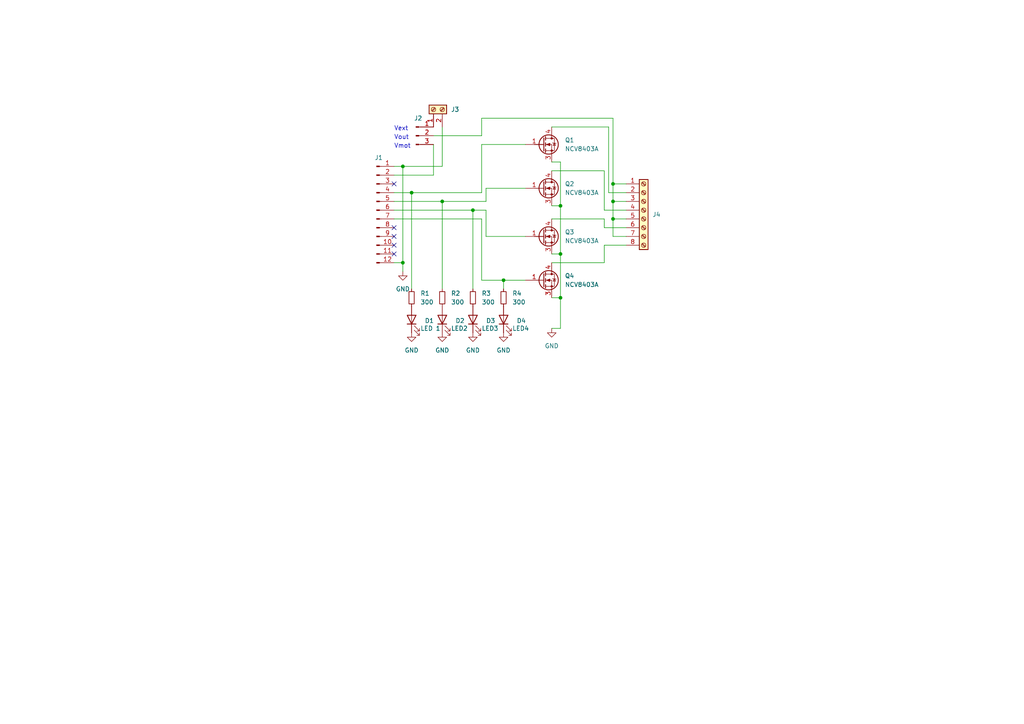
<source format=kicad_sch>
(kicad_sch (version 20211123) (generator eeschema)
  (paper "A4")
  (lib_symbols
    (symbol "Connector:Conn_01x03_Male" (pin_names (offset 1.016) hide)
      (property "Reference" "J" (at 0 5.08 0))
      (property "Value" "Conn_01x03_Male" (at 0 -5.08 0))
      (symbol "Conn_01x03_Male_1_1"
        (polyline (pts (xy 1.27 -2.54) (xy 0.8636 -2.54)) (stroke (width 0.1524)))
        (polyline (pts (xy 1.27 0) (xy 0.8636 0)) (stroke (width 0.1524)))
        (polyline (pts (xy 1.27 2.54) (xy 0.8636 2.54)) (stroke (width 0.1524)))
        (rectangle (start 0.8636 -2.413) (end 0 -2.667) (stroke (width 0.1524)) (fill (type outline)))
        (rectangle (start 0.8636 0.127) (end 0 -0.127) (stroke (width 0.1524)) (fill (type outline)))
        (rectangle (start 0.8636 2.667) (end 0 2.413) (stroke (width 0.1524)) (fill (type outline)))
        (pin passive line (at 5.08 2.54 180) (length 3.81) (name "Pin_1") (number "1"))
        (pin passive line (at 5.08 0 180) (length 3.81) (name "Pin_2") (number "2"))
        (pin passive line (at 5.08 -2.54 180) (length 3.81) (name "Pin_3") (number "3"))
      )
    )
    (symbol "Connector:Conn_01x12_Male" (pin_names (offset 1.016) hide)
      (property "Reference" "J" (at 0 15.24 0))
      (property "Value" "Conn_01x12_Male" (at 0 -17.78 0))
      (symbol "Conn_01x12_Male_1_1"
        (polyline (pts (xy 1.27 -15.24) (xy 0.8636 -15.24)) (stroke (width 0.1524)))
        (polyline (pts (xy 1.27 -12.7) (xy 0.8636 -12.7)) (stroke (width 0.1524)))
        (polyline (pts (xy 1.27 -10.16) (xy 0.8636 -10.16)) (stroke (width 0.1524)))
        (polyline (pts (xy 1.27 -7.62) (xy 0.8636 -7.62)) (stroke (width 0.1524)))
        (polyline (pts (xy 1.27 -5.08) (xy 0.8636 -5.08)) (stroke (width 0.1524)))
        (polyline (pts (xy 1.27 -2.54) (xy 0.8636 -2.54)) (stroke (width 0.1524)))
        (polyline (pts (xy 1.27 0) (xy 0.8636 0)) (stroke (width 0.1524)))
        (polyline (pts (xy 1.27 2.54) (xy 0.8636 2.54)) (stroke (width 0.1524)))
        (polyline (pts (xy 1.27 5.08) (xy 0.8636 5.08)) (stroke (width 0.1524)))
        (polyline (pts (xy 1.27 7.62) (xy 0.8636 7.62)) (stroke (width 0.1524)))
        (polyline (pts (xy 1.27 10.16) (xy 0.8636 10.16)) (stroke (width 0.1524)))
        (polyline (pts (xy 1.27 12.7) (xy 0.8636 12.7)) (stroke (width 0.1524)))
        (rectangle (start 0.8636 -15.113) (end 0 -15.367) (stroke (width 0.1524)) (fill (type outline)))
        (rectangle (start 0.8636 -12.573) (end 0 -12.827) (stroke (width 0.1524)) (fill (type outline)))
        (rectangle (start 0.8636 -10.033) (end 0 -10.287) (stroke (width 0.1524)) (fill (type outline)))
        (rectangle (start 0.8636 -7.493) (end 0 -7.747) (stroke (width 0.1524)) (fill (type outline)))
        (rectangle (start 0.8636 -4.953) (end 0 -5.207) (stroke (width 0.1524)) (fill (type outline)))
        (rectangle (start 0.8636 -2.413) (end 0 -2.667) (stroke (width 0.1524)) (fill (type outline)))
        (rectangle (start 0.8636 0.127) (end 0 -0.127) (stroke (width 0.1524)) (fill (type outline)))
        (rectangle (start 0.8636 2.667) (end 0 2.413) (stroke (width 0.1524)) (fill (type outline)))
        (rectangle (start 0.8636 5.207) (end 0 4.953) (stroke (width 0.1524)) (fill (type outline)))
        (rectangle (start 0.8636 7.747) (end 0 7.493) (stroke (width 0.1524)) (fill (type outline)))
        (rectangle (start 0.8636 10.287) (end 0 10.033) (stroke (width 0.1524)) (fill (type outline)))
        (rectangle (start 0.8636 12.827) (end 0 12.573) (stroke (width 0.1524)) (fill (type outline)))
        (pin passive line (at 5.08 12.7 180) (length 3.81) (name "Pin_1") (number "1"))
        (pin passive line (at 5.08 -10.16 180) (length 3.81) (name "Pin_10") (number "10"))
        (pin passive line (at 5.08 -12.7 180) (length 3.81) (name "Pin_11") (number "11"))
        (pin passive line (at 5.08 -15.24 180) (length 3.81) (name "Pin_12") (number "12"))
        (pin passive line (at 5.08 10.16 180) (length 3.81) (name "Pin_2") (number "2"))
        (pin passive line (at 5.08 7.62 180) (length 3.81) (name "Pin_3") (number "3"))
        (pin passive line (at 5.08 5.08 180) (length 3.81) (name "Pin_4") (number "4"))
        (pin passive line (at 5.08 2.54 180) (length 3.81) (name "Pin_5") (number "5"))
        (pin passive line (at 5.08 0 180) (length 3.81) (name "Pin_6") (number "6"))
        (pin passive line (at 5.08 -2.54 180) (length 3.81) (name "Pin_7") (number "7"))
        (pin passive line (at 5.08 -5.08 180) (length 3.81) (name "Pin_8") (number "8"))
        (pin passive line (at 5.08 -7.62 180) (length 3.81) (name "Pin_9") (number "9"))
      )
    )
    (symbol "Connector:Screw_Terminal_01x02" (pin_names (offset 1.016) hide)
      (property "Reference" "J" (at 0 2.54 0))
      (property "Value" "Screw_Terminal_01x02" (at 0 -5.08 0))
      (symbol "Screw_Terminal_01x02_1_1"
        (rectangle (start -1.27 1.27) (end 1.27 -3.81) (stroke (width 0.254)) (fill (type background)))
        (circle (center 0 -2.54) (radius 0.635) (stroke (width 0.1524)))
        (polyline (pts (xy -0.5334 -2.2098) (xy 0.3302 -3.048)) (stroke (width 0.1524)))
        (polyline (pts (xy -0.5334 0.3302) (xy 0.3302 -0.508)) (stroke (width 0.1524)))
        (polyline (pts (xy -0.3556 -2.032) (xy 0.508 -2.8702)) (stroke (width 0.1524)))
        (polyline (pts (xy -0.3556 0.508) (xy 0.508 -0.3302)) (stroke (width 0.1524)))
        (circle (center 0 0) (radius 0.635) (stroke (width 0.1524)))
        (pin passive line (at -5.08 0 0) (length 3.81) (name "Pin_1") (number "1"))
        (pin passive line (at -5.08 -2.54 0) (length 3.81) (name "Pin_2") (number "2"))
      )
    )
    (symbol "Connector:Screw_Terminal_01x08" (pin_names (offset 1.016) hide)
      (property "Reference" "J" (at 0 10.16 0))
      (property "Value" "Screw_Terminal_01x08" (at 0 -12.7 0))
      (symbol "Screw_Terminal_01x08_1_1"
        (rectangle (start -1.27 8.89) (end 1.27 -11.43) (stroke (width 0.254)) (fill (type background)))
        (circle (center 0 -10.16) (radius 0.635) (stroke (width 0.1524)))
        (circle (center 0 -7.62) (radius 0.635) (stroke (width 0.1524)))
        (circle (center 0 -5.08) (radius 0.635) (stroke (width 0.1524)))
        (circle (center 0 -2.54) (radius 0.635) (stroke (width 0.1524)))
        (polyline (pts (xy -0.5334 -9.8298) (xy 0.3302 -10.668)) (stroke (width 0.1524)))
        (polyline (pts (xy -0.5334 -7.2898) (xy 0.3302 -8.128)) (stroke (width 0.1524)))
        (polyline (pts (xy -0.5334 -4.7498) (xy 0.3302 -5.588)) (stroke (width 0.1524)))
        (polyline (pts (xy -0.5334 -2.2098) (xy 0.3302 -3.048)) (stroke (width 0.1524)))
        (polyline (pts (xy -0.5334 0.3302) (xy 0.3302 -0.508)) (stroke (width 0.1524)))
        (polyline (pts (xy -0.5334 2.8702) (xy 0.3302 2.032)) (stroke (width 0.1524)))
        (polyline (pts (xy -0.5334 5.4102) (xy 0.3302 4.572)) (stroke (width 0.1524)))
        (polyline (pts (xy -0.5334 7.9502) (xy 0.3302 7.112)) (stroke (width 0.1524)))
        (polyline (pts (xy -0.3556 -9.652) (xy 0.508 -10.4902)) (stroke (width 0.1524)))
        (polyline (pts (xy -0.3556 -7.112) (xy 0.508 -7.9502)) (stroke (width 0.1524)))
        (polyline (pts (xy -0.3556 -4.572) (xy 0.508 -5.4102)) (stroke (width 0.1524)))
        (polyline (pts (xy -0.3556 -2.032) (xy 0.508 -2.8702)) (stroke (width 0.1524)))
        (polyline (pts (xy -0.3556 0.508) (xy 0.508 -0.3302)) (stroke (width 0.1524)))
        (polyline (pts (xy -0.3556 3.048) (xy 0.508 2.2098)) (stroke (width 0.1524)))
        (polyline (pts (xy -0.3556 5.588) (xy 0.508 4.7498)) (stroke (width 0.1524)))
        (polyline (pts (xy -0.3556 8.128) (xy 0.508 7.2898)) (stroke (width 0.1524)))
        (circle (center 0 0) (radius 0.635) (stroke (width 0.1524)))
        (circle (center 0 2.54) (radius 0.635) (stroke (width 0.1524)))
        (circle (center 0 5.08) (radius 0.635) (stroke (width 0.1524)))
        (circle (center 0 7.62) (radius 0.635) (stroke (width 0.1524)))
        (pin passive line (at -5.08 7.62 0) (length 3.81) (name "Pin_1") (number "1"))
        (pin passive line (at -5.08 5.08 0) (length 3.81) (name "Pin_2") (number "2"))
        (pin passive line (at -5.08 2.54 0) (length 3.81) (name "Pin_3") (number "3"))
        (pin passive line (at -5.08 0 0) (length 3.81) (name "Pin_4") (number "4"))
        (pin passive line (at -5.08 -2.54 0) (length 3.81) (name "Pin_5") (number "5"))
        (pin passive line (at -5.08 -5.08 0) (length 3.81) (name "Pin_6") (number "6"))
        (pin passive line (at -5.08 -7.62 0) (length 3.81) (name "Pin_7") (number "7"))
        (pin passive line (at -5.08 -10.16 0) (length 3.81) (name "Pin_8") (number "8"))
      )
    )
    (symbol "Device:LED" (pin_numbers hide) (pin_names (offset 1.016) hide)
      (property "Reference" "D" (at 0 2.54 0))
      (property "Value" "LED" (at 0 -2.54 0))
      (symbol "LED_0_1"
        (polyline (pts (xy -1.27 -1.27) (xy -1.27 1.27)) (stroke (width 0.254)))
        (polyline (pts (xy -1.27 0) (xy 1.27 0)))
        (polyline (pts (xy 1.27 -1.27) (xy 1.27 1.27) (xy -1.27 0) (xy 1.27 -1.27)) (stroke (width 0.254)))
        (polyline (pts (xy -3.048 -0.762) (xy -4.572 -2.286) (xy -3.81 -2.286) (xy -4.572 -2.286) (xy -4.572 -1.524)))
        (polyline (pts (xy -1.778 -0.762) (xy -3.302 -2.286) (xy -2.54 -2.286) (xy -3.302 -2.286) (xy -3.302 -1.524)))
      )
      (symbol "LED_1_1"
        (pin passive line (at -3.81 0 0) (length 2.54) (name "K") (number "1"))
        (pin passive line (at 3.81 0 180) (length 2.54) (name "A") (number "2"))
      )
    )
    (symbol "Device:R_Small" (pin_numbers hide) (pin_names (offset 0.254) hide)
      (property "Reference" "R" (at 0.762 0.508 0))
      (property "Value" "R_Small" (at 0.762 -1.016 0))
      (symbol "R_Small_0_1"
        (rectangle (start -0.762 1.778) (end 0.762 -1.778) (stroke (width 0.2032)))
      )
      (symbol "R_Small_1_1"
        (pin passive line (at 0 2.54 270) (length 0.762) (name "~") (number "1"))
        (pin passive line (at 0 -2.54 90) (length 0.762) (name "~") (number "2"))
      )
    )
    (symbol "Transistor_FET:BSP129" (pin_names hide)
      (property "Reference" "Q?" (at 6.35 1.2701 0))
      (property "Value" "BSP129" (at 6.35 -1.2699 0))
      (symbol "BSP129_0_1"
        (polyline (pts (xy 0.254 0) (xy -2.54 0)))
        (polyline (pts (xy 0.254 1.905) (xy 0.254 -1.905)) (stroke (width 0.254)))
        (polyline (pts (xy 0.762 -1.27) (xy 0.762 -2.286)) (stroke (width 0.254)))
        (polyline (pts (xy 0.762 0.508) (xy 0.762 -0.508)) (stroke (width 0.254)))
        (polyline (pts (xy 0.762 2.286) (xy 0.762 1.27)) (stroke (width 0.254)))
        (polyline (pts (xy 2.54 2.54) (xy 2.54 1.778)))
        (polyline (pts (xy 2.54 -2.54) (xy 2.54 0) (xy 0.762 0)))
        (polyline (pts (xy 0.762 -1.778) (xy 3.302 -1.778) (xy 3.302 1.778) (xy 0.762 1.778)))
        (polyline (pts (xy 1.016 0) (xy 2.032 0.381) (xy 2.032 -0.381) (xy 1.016 0)) (fill (type outline)))
        (polyline (pts (xy 2.794 0.508) (xy 2.921 0.381) (xy 3.683 0.381) (xy 3.81 0.254)))
        (polyline (pts (xy 3.302 0.381) (xy 2.921 -0.254) (xy 3.683 -0.254) (xy 3.302 0.381)))
        (circle (center 1.651 0) (radius 2.794) (stroke (width 0.254)))
        (circle (center 2.54 -1.778) (radius 0.254) (fill (type outline)))
        (circle (center 2.54 1.778) (radius 0.254) (fill (type outline)))
      )
      (symbol "BSP129_1_1"
        (pin input line (at -5.08 0 0) (length 5.08) (name "G") (number "1"))
        (pin passive line (at 2.54 -5.08 90) (length 2.54) (name "S") (number "3"))
        (pin passive line (at 2.54 5.08 270) (length 2.54) (name "D") (number "4"))
      )
    )
    (symbol "power:GND" (power) (pin_names (offset 0))
      (property "Value" "GND" (at 0 -3.81 0))
      (symbol "GND_0_1"
        (polyline (pts (xy 0 0) (xy 0 -1.27) (xy 1.27 -1.27) (xy 0 -2.54) (xy -1.27 -1.27) (xy 0 -1.27)))
      )
      (symbol "GND_1_1"
        (pin power_in line (at 0 0 270) (length 0) hide (name "GND") (number "1"))
      )
    )
  )
  (junction (at 177.8 63.5))
  (junction (at 116.84 76.2))
  (junction (at 162.56 73.66))
  (junction (at 162.56 86.36))
  (junction (at 116.84 48.26))
  (junction (at 137.16 60.96))
  (junction (at 128.27 58.42))
  (junction (at 119.38 55.88))
  (junction (at 146.05 81.28))
  (junction (at 162.56 59.69))
  (junction (at 177.8 53.34))
  (junction (at 177.8 58.42))
  (no_connect (at 114.3 73.66))
  (no_connect (at 114.3 71.12))
  (no_connect (at 114.3 68.58))
  (no_connect (at 114.3 53.34))
  (no_connect (at 114.3 66.04))
  (wire (pts (xy 114.3 63.5) (xy 139.7 63.5)))
  (wire (pts (xy 177.8 63.5) (xy 181.61 63.5)))
  (wire (pts (xy 160.02 59.69) (xy 162.56 59.69)))
  (wire (pts (xy 139.7 39.37) (xy 139.7 34.29)))
  (wire (pts (xy 162.56 73.66) (xy 162.56 86.36)))
  (wire (pts (xy 175.26 49.53) (xy 175.26 60.96)))
  (wire (pts (xy 139.7 81.28) (xy 146.05 81.28)))
  (wire (pts (xy 128.27 83.82) (xy 128.27 58.42)))
  (wire (pts (xy 160.02 46.99) (xy 162.56 46.99)))
  (wire (pts (xy 128.27 36.83) (xy 128.27 48.26)))
  (wire (pts (xy 175.26 76.2) (xy 175.26 71.12)))
  (wire (pts (xy 162.56 95.25) (xy 160.02 95.25)))
  (wire (pts (xy 162.56 86.36) (xy 162.56 95.25)))
  (wire (pts (xy 177.8 63.5) (xy 177.8 68.58)))
  (wire (pts (xy 177.8 34.29) (xy 177.8 53.34)))
  (wire (pts (xy 114.3 58.42) (xy 128.27 58.42)))
  (wire (pts (xy 139.7 55.88) (xy 139.7 41.91)))
  (wire (pts (xy 119.38 83.82) (xy 119.38 55.88)))
  (wire (pts (xy 125.73 39.37) (xy 139.7 39.37)))
  (wire (pts (xy 139.7 41.91) (xy 152.4 41.91)))
  (wire (pts (xy 140.97 54.61) (xy 152.4 54.61)))
  (wire (pts (xy 160.02 63.5) (xy 175.26 63.5)))
  (wire (pts (xy 175.26 71.12) (xy 181.61 71.12)))
  (wire (pts (xy 177.8 58.42) (xy 181.61 58.42)))
  (wire (pts (xy 139.7 34.29) (xy 177.8 34.29)))
  (wire (pts (xy 140.97 58.42) (xy 140.97 54.61)))
  (wire (pts (xy 139.7 63.5) (xy 139.7 81.28)))
  (wire (pts (xy 116.84 78.74) (xy 116.84 76.2)))
  (wire (pts (xy 116.84 76.2) (xy 116.84 48.26)))
  (wire (pts (xy 128.27 58.42) (xy 140.97 58.42)))
  (wire (pts (xy 140.97 68.58) (xy 152.4 68.58)))
  (wire (pts (xy 175.26 60.96) (xy 181.61 60.96)))
  (wire (pts (xy 146.05 81.28) (xy 152.4 81.28)))
  (wire (pts (xy 175.26 66.04) (xy 181.61 66.04)))
  (wire (pts (xy 119.38 55.88) (xy 139.7 55.88)))
  (wire (pts (xy 160.02 86.36) (xy 162.56 86.36)))
  (wire (pts (xy 116.84 48.26) (xy 128.27 48.26)))
  (wire (pts (xy 160.02 76.2) (xy 175.26 76.2)))
  (wire (pts (xy 137.16 60.96) (xy 140.97 60.96)))
  (wire (pts (xy 175.26 63.5) (xy 175.26 66.04)))
  (wire (pts (xy 160.02 49.53) (xy 175.26 49.53)))
  (wire (pts (xy 140.97 60.96) (xy 140.97 68.58)))
  (wire (pts (xy 162.56 59.69) (xy 162.56 73.66)))
  (wire (pts (xy 137.16 60.96) (xy 137.16 83.82)))
  (wire (pts (xy 114.3 55.88) (xy 119.38 55.88)))
  (wire (pts (xy 114.3 48.26) (xy 116.84 48.26)))
  (wire (pts (xy 116.84 76.2) (xy 114.3 76.2)))
  (wire (pts (xy 177.8 53.34) (xy 177.8 58.42)))
  (wire (pts (xy 114.3 60.96) (xy 137.16 60.96)))
  (wire (pts (xy 176.53 36.83) (xy 176.53 55.88)))
  (wire (pts (xy 162.56 46.99) (xy 162.56 59.69)))
  (wire (pts (xy 146.05 81.28) (xy 146.05 83.82)))
  (wire (pts (xy 177.8 58.42) (xy 177.8 63.5)))
  (wire (pts (xy 160.02 36.83) (xy 176.53 36.83)))
  (wire (pts (xy 125.73 50.8) (xy 114.3 50.8)))
  (wire (pts (xy 181.61 53.34) (xy 177.8 53.34)))
  (wire (pts (xy 177.8 68.58) (xy 181.61 68.58)))
  (wire (pts (xy 160.02 73.66) (xy 162.56 73.66)))
  (wire (pts (xy 125.73 41.91) (xy 125.73 50.8)))
  (wire (pts (xy 176.53 55.88) (xy 181.61 55.88)))
  (text "Vmot" (at 114.3 43.18 0) (effects (font (size 1.27 1.27)) (justify left bottom)))
  (text "Vext" (at 114.3 38.1 0) (effects (font (size 1.27 1.27)) (justify left bottom)))
  (text "Vout" (at 114.3 40.64 0) (effects (font (size 1.27 1.27)) (justify left bottom)))
  (symbol (lib_id "Connector:Screw_Terminal_01x02") (at 125.73 31.75 90) (unit 1)
    (property "Reference" "J3" (at 130.81 31.7499 90) (effects (justify right)))
    (property "Value" "Screw_Terminal_01x02" (effects hide))
    (property "Footprint" "TerminalBlock_Phoenix:TerminalBlock_Phoenix_MKDS-1,5-2-5.08_1x02_P5.08mm_Horizontal" (effects hide))
  )
  (symbol (lib_id "power:GND") (at 116.84 78.74 0) (unit 1)
    (property "Reference" "#PWR01" (effects hide))
    (property "Value" "GND" (at 116.84 83.82 0))
  )
  (symbol (lib_id "Device:R_Small") (at 146.05 86.36 0) (unit 1)
    (property "Reference" "R4" (at 148.59 85.0899 0) (effects (justify left)))
    (property "Value" "300" (at 148.59 87.6299 0) (effects (justify left)))
    (property "Footprint" "Resistor_SMD:R_0201_0603Metric_Pad0.64x0.40mm_HandSolder" (effects hide))
  )
  (symbol (lib_id "power:GND") (at 119.38 96.52 0) (unit 1)
    (property "Reference" "#PWR02" (effects hide))
    (property "Value" "GND" (at 119.38 101.6 0))
  )
  (symbol (lib_id "power:GND") (at 160.02 95.25 0) (unit 1)
    (property "Reference" "#PWR06" (effects hide))
    (property "Value" "GND" (at 160.02 100.33 0))
  )
  (symbol (lib_id "Connector:Conn_01x03_Male") (at 120.65 39.37 0) (unit 1)
    (property "Reference" "J2" (at 121.285 34.29 0))
    (property "Value" "Conn_01x03_Male" (effects hide))
    (property "Footprint" "Connector_PinHeader_2.54mm:PinHeader_1x03_P2.54mm_Vertical" (effects hide))
  )
  (symbol (lib_id "Device:LED") (at 119.38 92.71 90) (unit 1)
    (property "Reference" "D1" (at 123.19 93.0274 90) (effects (justify right)))
    (property "Value" "LED 1" (at 121.92 95.25 90) (effects (justify right)))
    (property "Footprint" "LED_SMD:LED_0603_1608Metric_Pad1.05x0.95mm_HandSolder" (effects hide))
  )
  (symbol (lib_id "Device:R_Small") (at 137.16 86.36 0) (unit 1)
    (property "Reference" "R3" (at 139.7 85.0899 0) (effects (justify left)))
    (property "Value" "300" (at 139.7 87.6299 0) (effects (justify left)))
    (property "Footprint" "Resistor_SMD:R_0201_0603Metric_Pad0.64x0.40mm_HandSolder" (effects hide))
  )
  (symbol (lib_id "Transistor_FET:BSP129") (at 157.48 81.28 0) (unit 1)
    (property "Reference" "Q4" (at 163.83 80.0099 0) (effects (justify left)))
    (property "Value" "NCV8403A" (at 163.83 82.5499 0) (effects (justify left)))
    (property "Footprint" "Package_TO_SOT_SMD:SOT-223" (effects hide))
    (property "Datasheet" "https://www.infineon.com/dgdl/Infineon-BSP129-DS-v01_42-en.pdf?fileId=db3a30433c1a8752013c1fc296d2395f" (effects hide))
  )
  (symbol (lib_id "power:GND") (at 146.05 96.52 0) (unit 1)
    (property "Reference" "#PWR05" (effects hide))
    (property "Value" "GND" (at 146.05 101.6 0))
  )
  (symbol (lib_id "Device:LED") (at 137.16 92.71 90) (unit 1)
    (property "Reference" "D3" (at 140.97 93.0274 90) (effects (justify right)))
    (property "Value" "LED3" (at 139.7 95.25 90) (effects (justify right)))
    (property "Footprint" "LED_SMD:LED_0603_1608Metric_Pad1.05x0.95mm_HandSolder" (effects hide))
  )
  (symbol (lib_id "Device:LED") (at 146.05 92.71 90) (unit 1)
    (property "Reference" "D4" (at 149.86 93.0274 90) (effects (justify right)))
    (property "Value" "LED4" (at 148.59 95.25 90) (effects (justify right)))
    (property "Footprint" "LED_SMD:LED_0603_1608Metric_Pad1.05x0.95mm_HandSolder" (effects hide))
  )
  (symbol (lib_id "Connector:Conn_01x12_Male") (at 109.22 60.96 0) (unit 1)
    (property "Reference" "J1" (at 109.855 45.72 0))
    (property "Value" "Conn_01x12_Male" (effects hide))
    (property "Footprint" "Connector_PinHeader_2.54mm:PinHeader_1x12_P2.54mm_Vertical" (effects hide))
  )
  (symbol (lib_id "power:GND") (at 128.27 96.52 0) (unit 1)
    (property "Reference" "#PWR03" (effects hide))
    (property "Value" "GND" (at 128.27 101.6 0))
  )
  (symbol (lib_id "power:GND") (at 137.16 96.52 0) (unit 1)
    (property "Reference" "#PWR04" (effects hide))
    (property "Value" "GND" (at 137.16 101.6 0))
  )
  (symbol (lib_id "Connector:Screw_Terminal_01x08") (at 186.69 60.96 0) (unit 1)
    (property "Reference" "J4" (at 189.23 62.2299 0) (effects (justify left)))
    (property "Value" "Screw_Terminal_01x08" (effects hide))
    (property "Footprint" "TerminalBlock_Phoenix:TerminalBlock_Phoenix_PT-1,5-8-3.5-H_1x08_P3.50mm_Horizontal" (effects hide))
  )
  (symbol (lib_id "Transistor_FET:BSP129") (at 157.48 68.58 0) (unit 1)
    (property "Reference" "Q3" (at 163.83 67.3099 0) (effects (justify left)))
    (property "Value" "NCV8403A" (at 163.83 69.8499 0) (effects (justify left)))
    (property "Footprint" "Package_TO_SOT_SMD:SOT-223" (effects hide))
    (property "Datasheet" "https://www.infineon.com/dgdl/Infineon-BSP129-DS-v01_42-en.pdf?fileId=db3a30433c1a8752013c1fc296d2395f" (effects hide))
  )
  (symbol (lib_id "Device:LED") (at 128.27 92.71 90) (unit 1)
    (property "Reference" "D2" (at 132.08 93.0274 90) (effects (justify right)))
    (property "Value" "LED2" (at 130.81 95.25 90) (effects (justify right)))
    (property "Footprint" "LED_SMD:LED_0603_1608Metric_Pad1.05x0.95mm_HandSolder" (effects hide))
  )
  (symbol (lib_id "Transistor_FET:BSP129") (at 157.48 41.91 0) (unit 1)
    (property "Reference" "Q1" (at 163.83 40.6399 0) (effects (justify left)))
    (property "Value" "NCV8403A" (at 163.83 43.1799 0) (effects (justify left)))
    (property "Footprint" "Package_TO_SOT_SMD:SOT-223" (effects hide))
    (property "Datasheet" "https://www.infineon.com/dgdl/Infineon-BSP129-DS-v01_42-en.pdf?fileId=db3a30433c1a8752013c1fc296d2395f" (effects hide))
  )
  (symbol (lib_id "Device:R_Small") (at 119.38 86.36 0) (unit 1)
    (property "Reference" "R1" (at 121.92 85.0899 0) (effects (justify left)))
    (property "Value" "300" (at 121.92 87.6299 0) (effects (justify left)))
    (property "Footprint" "Resistor_SMD:R_0201_0603Metric_Pad0.64x0.40mm_HandSolder" (effects hide))
  )
  (symbol (lib_id "Device:R_Small") (at 128.27 86.36 0) (unit 1)
    (property "Reference" "R2" (at 130.81 85.0899 0) (effects (justify left)))
    (property "Value" "300" (at 130.81 87.6299 0) (effects (justify left)))
    (property "Footprint" "Resistor_SMD:R_0201_0603Metric_Pad0.64x0.40mm_HandSolder" (effects hide))
  )
  (symbol (lib_id "Transistor_FET:BSP129") (at 157.48 54.61 0) (unit 1)
    (property "Reference" "Q2" (at 163.83 53.3399 0) (effects (justify left)))
    (property "Value" "NCV8403A" (at 163.83 55.8799 0) (effects (justify left)))
    (property "Footprint" "Package_TO_SOT_SMD:SOT-223" (effects hide))
    (property "Datasheet" "https://www.infineon.com/dgdl/Infineon-BSP129-DS-v01_42-en.pdf?fileId=db3a30433c1a8752013c1fc296d2395f" (effects hide))
  )
)
</source>
